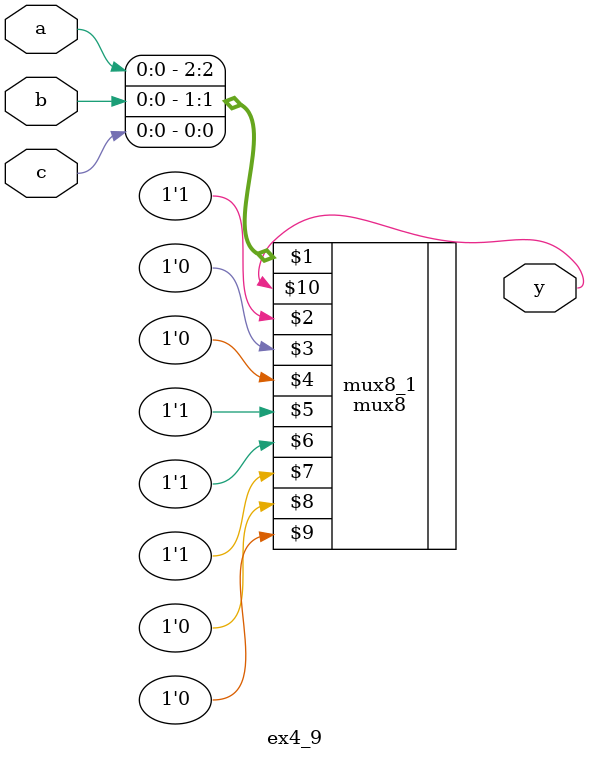
<source format=sv>
module ex4_9(input  logic a, b, c,
             output logic y);
  mux8 #(1) mux8_1({a,b,c}, 1'b1, 1'b0, 1'b0, 1'b1,
                            1'b1, 1'b1, 1'b0, 1'b0, y);
// 000 d0 1'b1 ~b~c
// 001 d1 1'b0
// 010 d2 1'b0
// 011 d3 1'b1 ~abc
// 100 d4 1'b1 a~b + ~b~c
// 101 d5 1'b1 a~b
// 110 d6 1'b0
// 111 d7 1'b0

endmodule
</source>
